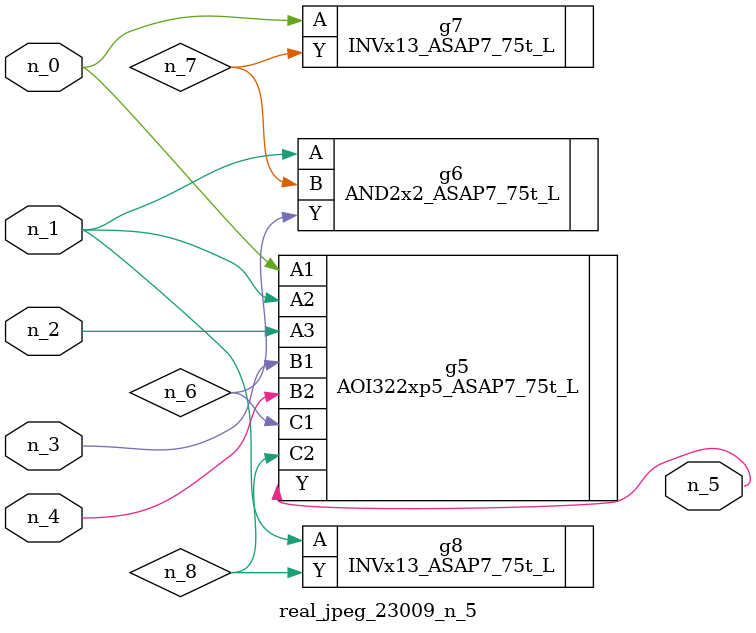
<source format=v>
module real_jpeg_23009_n_5 (n_4, n_0, n_1, n_2, n_3, n_5);

input n_4;
input n_0;
input n_1;
input n_2;
input n_3;

output n_5;

wire n_8;
wire n_6;
wire n_7;

AOI322xp5_ASAP7_75t_L g5 ( 
.A1(n_0),
.A2(n_1),
.A3(n_2),
.B1(n_3),
.B2(n_4),
.C1(n_6),
.C2(n_8),
.Y(n_5)
);

INVx13_ASAP7_75t_L g7 ( 
.A(n_0),
.Y(n_7)
);

AND2x2_ASAP7_75t_L g6 ( 
.A(n_1),
.B(n_7),
.Y(n_6)
);

INVx13_ASAP7_75t_L g8 ( 
.A(n_1),
.Y(n_8)
);


endmodule
</source>
